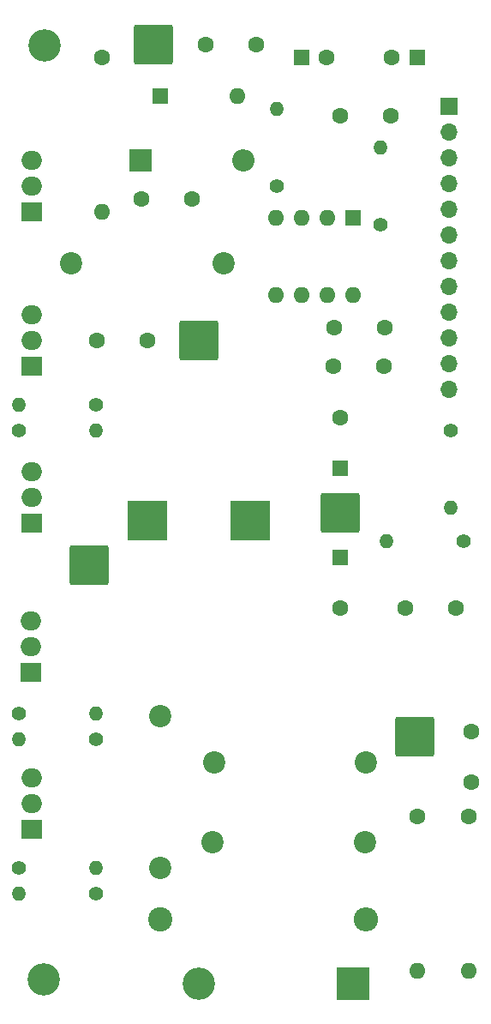
<source format=gbr>
%TF.GenerationSoftware,KiCad,Pcbnew,(7.0.0)*%
%TF.CreationDate,2024-11-23T19:37:02-06:00*%
%TF.ProjectId,VP44expSwdriver,56503434-6578-4705-9377-647269766572,rev?*%
%TF.SameCoordinates,Original*%
%TF.FileFunction,Soldermask,Top*%
%TF.FilePolarity,Negative*%
%FSLAX46Y46*%
G04 Gerber Fmt 4.6, Leading zero omitted, Abs format (unit mm)*
G04 Created by KiCad (PCBNEW (7.0.0)) date 2024-11-23 19:37:02*
%MOMM*%
%LPD*%
G01*
G04 APERTURE LIST*
G04 Aperture macros list*
%AMRoundRect*
0 Rectangle with rounded corners*
0 $1 Rounding radius*
0 $2 $3 $4 $5 $6 $7 $8 $9 X,Y pos of 4 corners*
0 Add a 4 corners polygon primitive as box body*
4,1,4,$2,$3,$4,$5,$6,$7,$8,$9,$2,$3,0*
0 Add four circle primitives for the rounded corners*
1,1,$1+$1,$2,$3*
1,1,$1+$1,$4,$5*
1,1,$1+$1,$6,$7*
1,1,$1+$1,$8,$9*
0 Add four rect primitives between the rounded corners*
20,1,$1+$1,$2,$3,$4,$5,0*
20,1,$1+$1,$4,$5,$6,$7,0*
20,1,$1+$1,$6,$7,$8,$9,0*
20,1,$1+$1,$8,$9,$2,$3,0*%
G04 Aperture macros list end*
%ADD10R,1.600000X1.600000*%
%ADD11O,1.600000X1.600000*%
%ADD12C,1.400000*%
%ADD13O,1.400000X1.400000*%
%ADD14R,3.200000X3.200000*%
%ADD15O,3.200000X3.200000*%
%ADD16C,3.200000*%
%ADD17C,1.600000*%
%ADD18RoundRect,0.250002X-1.699998X-1.699998X1.699998X-1.699998X1.699998X1.699998X-1.699998X1.699998X0*%
%ADD19C,2.200000*%
%ADD20R,2.200000X2.200000*%
%ADD21O,2.200000X2.200000*%
%ADD22R,2.000000X1.905000*%
%ADD23O,2.000000X1.905000*%
%ADD24R,1.700000X1.700000*%
%ADD25O,1.700000X1.700000*%
%ADD26R,4.000000X4.000000*%
%ADD27C,2.400000*%
%ADD28O,2.400000X2.400000*%
G04 APERTURE END LIST*
D10*
%TO.C,U1*%
X180339999Y-59054999D03*
D11*
X177799999Y-59054999D03*
X175259999Y-59054999D03*
X172719999Y-59054999D03*
X172719999Y-66674999D03*
X175259999Y-66674999D03*
X177799999Y-66674999D03*
X180339999Y-66674999D03*
%TD*%
D12*
%TO.C,R3*%
X154940000Y-110490000D03*
D13*
X147319999Y-110489999D03*
%TD*%
D14*
%TO.C,D4*%
X180339999Y-134619999D03*
D15*
X165099999Y-134619999D03*
%TD*%
D16*
%TO.C,MH1*%
X149809200Y-134213600D03*
%TD*%
D17*
%TO.C,F3*%
X155020000Y-71120000D03*
X160020000Y-71120000D03*
%TD*%
D18*
%TO.C,J2*%
X160655000Y-41910000D03*
%TD*%
D17*
%TO.C,C14*%
X190500000Y-97536000D03*
X185500000Y-97536000D03*
%TD*%
%TO.C,C1*%
X184048400Y-48971200D03*
X179048400Y-48971200D03*
%TD*%
D19*
%TO.C,C11*%
X166490000Y-120650000D03*
X181490000Y-120650000D03*
%TD*%
D10*
%TO.C,C7*%
X179069999Y-83779999D03*
D17*
X179070000Y-78780000D03*
%TD*%
%TO.C,C13*%
X192024000Y-109768000D03*
X192024000Y-114768000D03*
%TD*%
%TO.C,R6*%
X191770000Y-118110000D03*
D11*
X191769999Y-133349999D03*
%TD*%
D20*
%TO.C,D2*%
X159384999Y-53339999D03*
D21*
X169544999Y-53339999D03*
%TD*%
D17*
%TO.C,C4*%
X178435000Y-73660000D03*
X183435000Y-73660000D03*
%TD*%
%TO.C,C5*%
X164465000Y-57150000D03*
X159465000Y-57150000D03*
%TD*%
D12*
%TO.C,R11*%
X189992000Y-80010000D03*
D13*
X189991999Y-87629999D03*
%TD*%
D16*
%TO.C,MH2*%
X149860000Y-42062400D03*
%TD*%
D19*
%TO.C,C10*%
X166624000Y-112776000D03*
X181624000Y-112776000D03*
%TD*%
D22*
%TO.C,Q2*%
X148518999Y-103885999D03*
D23*
X148518999Y-101345999D03*
X148518999Y-98805999D03*
%TD*%
D17*
%TO.C,C3*%
X183515000Y-69850000D03*
X178515000Y-69850000D03*
%TD*%
D10*
%TO.C,C6*%
X179069999Y-92593348D03*
D17*
X179070000Y-97593349D03*
%TD*%
D24*
%TO.C,J5*%
X189864999Y-47999999D03*
D25*
X189864999Y-50539999D03*
X189864999Y-53079999D03*
X189864999Y-55619999D03*
X189864999Y-58159999D03*
X189864999Y-60699999D03*
X189864999Y-63239999D03*
X189864999Y-65779999D03*
X189864999Y-68319999D03*
X189864999Y-70859999D03*
X189864999Y-73399999D03*
X189864999Y-75939999D03*
%TD*%
D12*
%TO.C,R8*%
X147320000Y-80010000D03*
D13*
X154939999Y-80009999D03*
%TD*%
D19*
%TO.C,C12*%
X152520000Y-63500000D03*
X167520000Y-63500000D03*
%TD*%
D12*
%TO.C,R2*%
X147320000Y-107950000D03*
D13*
X154939999Y-107949999D03*
%TD*%
D22*
%TO.C,D3*%
X148589999Y-89153999D03*
D23*
X148589999Y-86613999D03*
X148589999Y-84073999D03*
%TD*%
D18*
%TO.C,J3*%
X165100000Y-71120000D03*
%TD*%
D22*
%TO.C,Q3*%
X148589999Y-119379999D03*
D23*
X148589999Y-116839999D03*
X148589999Y-114299999D03*
%TD*%
D18*
%TO.C,J1*%
X154305000Y-93345000D03*
%TD*%
D26*
%TO.C,L1*%
X170179999Y-88899999D03*
X160019999Y-88899999D03*
%TD*%
D17*
%TO.C,F2*%
X165775000Y-41910000D03*
X170775000Y-41910000D03*
%TD*%
D22*
%TO.C,Q4*%
X148589999Y-73659999D03*
D23*
X148589999Y-71119999D03*
X148589999Y-68579999D03*
%TD*%
D12*
%TO.C,R13*%
X183083200Y-59690000D03*
D13*
X183083199Y-52069999D03*
%TD*%
D17*
%TO.C,R1*%
X155575000Y-43180000D03*
D11*
X155574999Y-58419999D03*
%TD*%
D12*
%TO.C,R12*%
X191262000Y-90932000D03*
D13*
X183641999Y-90931999D03*
%TD*%
D10*
%TO.C,C8*%
X186689999Y-43179999D03*
D17*
X184190000Y-43180000D03*
%TD*%
D12*
%TO.C,R14*%
X172821600Y-55930800D03*
D13*
X172821599Y-48310799D03*
%TD*%
D10*
%TO.C,D1*%
X161289999Y-46989999D03*
D11*
X168909999Y-46989999D03*
%TD*%
D10*
%TO.C,C2*%
X175259999Y-43179999D03*
D17*
X177760000Y-43180000D03*
%TD*%
D18*
%TO.C,J6*%
X186436000Y-110236000D03*
%TD*%
%TO.C,J4*%
X179070000Y-88138000D03*
%TD*%
D19*
%TO.C,C9*%
X161290000Y-123190000D03*
X161290000Y-108190000D03*
%TD*%
D12*
%TO.C,R4*%
X147320000Y-123190000D03*
D13*
X154939999Y-123189999D03*
%TD*%
D12*
%TO.C,R7*%
X154940000Y-77470000D03*
D13*
X147319999Y-77469999D03*
%TD*%
D27*
%TO.C,R10*%
X161290000Y-128270000D03*
D28*
X181609999Y-128269999D03*
%TD*%
D22*
%TO.C,Q1*%
X148589999Y-58419999D03*
D23*
X148589999Y-55879999D03*
X148589999Y-53339999D03*
%TD*%
D17*
%TO.C,R9*%
X186690000Y-118110000D03*
D11*
X186689999Y-133349999D03*
%TD*%
D12*
%TO.C,R5*%
X154940000Y-125730000D03*
D13*
X147319999Y-125729999D03*
%TD*%
M02*

</source>
